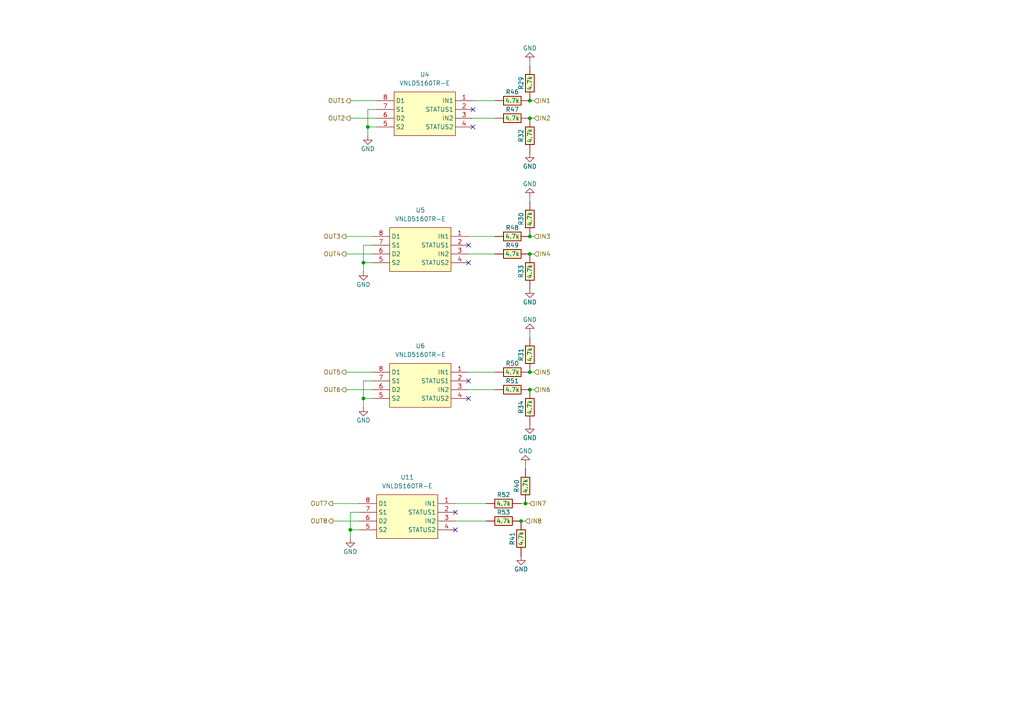
<source format=kicad_sch>
(kicad_sch (version 20231120) (generator "eeschema") (generator_version "8.0")
  (paper "A4")
  (lib_symbols
    (symbol "chips:VNLD5160"
      (property "Reference" "U" (at 6.35 3.81 0))
      (property "Value" "VNLD5160TR-E" (at 12.7 -11.43 0))
      (symbol "VNLD5160_1_1"
        (rectangle (start 5.08 2.54) (end 22.86 -10.16) (fill (type background)))
        (pin input line (at 0 0 0) (length 5.08) (name "IN1") (number "1"))
        (pin open_collector line (at 0 -2.54 0) (length 5.08) (name "STATUS1") (number "2"))
        (pin input line (at 0 -5.08 0) (length 5.08) (name "IN2") (number "3"))
        (pin open_collector line (at 0 -7.62 0) (length 5.08) (name "STATUS2") (number "4"))
        (pin power_in line (at 27.94 -7.62 180) (length 5.08) (name "S2") (number "5"))
        (pin power_out line (at 27.94 -5.08 180) (length 5.08) (name "D2") (number "6"))
        (pin power_in line (at 27.94 -2.54 180) (length 5.08) (name "S1") (number "7"))
        (pin power_out line (at 27.94 0 180) (length 5.08) (name "D1") (number "8"))
      )
    )
    (symbol "hellen-one-common:Res" (pin_numbers hide)
      (property "Reference" "R" (at 3.81 2.54 0))
      (property "Value" "Res" (at 5.08 -2.54 0))
      (symbol "Res_1_0"
        (rectangle (start 2.54 -1.27) (end 7.62 1.27) (stroke (width 0.254)) (fill (type background)))
        (pin passive line (at 0 0 0) (length 2.54) (name "") (number "1"))
        (pin passive line (at 10.16 0 180) (length 2.54) (name "") (number "2"))
      )
    )
    (symbol "power:GND" (power) (pin_numbers hide) (pin_names (offset 0) hide)
      (property "Value" "GND" (at 0 -3.81 0))
      (symbol "GND_0_1"
        (polyline (pts (xy 0 0) (xy 0 -1.27) (xy 1.27 -1.27) (xy 0 -2.54) (xy -1.27 -1.27) (xy 0 -1.27)))
      )
      (symbol "GND_1_1"
        (pin power_in line (at 0 0 270) (length 0) (name "~") (number "1"))
      )
    )
  )
  (junction (at 153.67 29.21))
  (junction (at 152.4 146.05))
  (junction (at 101.6 153.67))
  (junction (at 105.41 76.2))
  (junction (at 151.13 151.13))
  (junction (at 153.67 73.66))
  (junction (at 153.67 107.95))
  (junction (at 153.67 34.29))
  (junction (at 106.68 36.83))
  (junction (at 105.41 115.57))
  (junction (at 153.67 113.03))
  (junction (at 153.67 68.58))
  (no_connect (at 135.89 115.57))
  (no_connect (at 132.08 153.67))
  (no_connect (at 137.16 31.75))
  (no_connect (at 135.89 110.49))
  (no_connect (at 137.16 36.83))
  (no_connect (at 132.08 148.59))
  (no_connect (at 135.89 71.12))
  (no_connect (at 135.89 76.2))
  (wire (pts (xy 135.89 73.66) (xy 143.51 73.66)))
  (wire (pts (xy 135.89 113.03) (xy 143.51 113.03)))
  (wire (pts (xy 153.67 19.05) (xy 153.67 17.78)))
  (wire (pts (xy 96.52 146.05) (xy 104.14 146.05)))
  (wire (pts (xy 101.6 29.21) (xy 109.22 29.21)))
  (wire (pts (xy 135.89 68.58) (xy 143.51 68.58)))
  (wire (pts (xy 152.4 135.89) (xy 152.4 134.62)))
  (wire (pts (xy 105.41 115.57) (xy 107.95 115.57)))
  (wire (pts (xy 100.33 68.58) (xy 107.95 68.58)))
  (wire (pts (xy 100.33 73.66) (xy 107.95 73.66)))
  (wire (pts (xy 105.41 78.74) (xy 105.41 76.2)))
  (wire (pts (xy 137.16 34.29) (xy 143.51 34.29)))
  (wire (pts (xy 105.41 71.12) (xy 107.95 71.12)))
  (wire (pts (xy 106.68 31.75) (xy 109.22 31.75)))
  (wire (pts (xy 153.67 58.42) (xy 153.67 57.15)))
  (wire (pts (xy 100.33 107.95) (xy 107.95 107.95)))
  (wire (pts (xy 105.41 118.11) (xy 105.41 115.57)))
  (wire (pts (xy 101.6 153.67) (xy 101.6 148.59)))
  (wire (pts (xy 151.13 151.13) (xy 152.4 151.13)))
  (wire (pts (xy 153.67 29.21) (xy 154.94 29.21)))
  (wire (pts (xy 137.16 29.21) (xy 143.51 29.21)))
  (wire (pts (xy 135.89 107.95) (xy 143.51 107.95)))
  (wire (pts (xy 153.67 97.79) (xy 153.67 96.52)))
  (wire (pts (xy 132.08 146.05) (xy 140.97 146.05)))
  (wire (pts (xy 132.08 151.13) (xy 140.97 151.13)))
  (wire (pts (xy 153.67 34.29) (xy 154.94 34.29)))
  (wire (pts (xy 101.6 34.29) (xy 109.22 34.29)))
  (wire (pts (xy 106.68 39.37) (xy 106.68 36.83)))
  (wire (pts (xy 153.67 68.58) (xy 154.94 68.58)))
  (wire (pts (xy 153.67 113.03) (xy 154.94 113.03)))
  (wire (pts (xy 153.67 146.05) (xy 152.4 146.05)))
  (wire (pts (xy 101.6 148.59) (xy 104.14 148.59)))
  (wire (pts (xy 106.68 36.83) (xy 106.68 31.75)))
  (wire (pts (xy 153.67 107.95) (xy 154.94 107.95)))
  (wire (pts (xy 153.67 73.66) (xy 154.94 73.66)))
  (wire (pts (xy 105.41 76.2) (xy 105.41 71.12)))
  (wire (pts (xy 96.52 151.13) (xy 104.14 151.13)))
  (wire (pts (xy 101.6 153.67) (xy 104.14 153.67)))
  (wire (pts (xy 105.41 76.2) (xy 107.95 76.2)))
  (wire (pts (xy 105.41 115.57) (xy 105.41 110.49)))
  (wire (pts (xy 106.68 36.83) (xy 109.22 36.83)))
  (wire (pts (xy 151.13 146.05) (xy 152.4 146.05)))
  (wire (pts (xy 101.6 156.21) (xy 101.6 153.67)))
  (wire (pts (xy 105.41 110.49) (xy 107.95 110.49)))
  (wire (pts (xy 100.33 113.03) (xy 107.95 113.03)))
  (hierarchical_label "IN3" (shape input) (at 154.94 68.58 0))
  (hierarchical_label "IN2" (shape input) (at 154.94 34.29 0))
  (hierarchical_label "IN7" (shape input) (at 153.67 146.05 0))
  (hierarchical_label "IN8" (shape input) (at 152.4 151.13 0))
  (hierarchical_label "OUT1" (shape output) (at 101.6 29.21 180))
  (hierarchical_label "IN4" (shape input) (at 154.94 73.66 0))
  (hierarchical_label "OUT5" (shape output) (at 100.33 107.95 180))
  (hierarchical_label "OUT6" (shape output) (at 100.33 113.03 180))
  (hierarchical_label "OUT4" (shape output) (at 100.33 73.66 180))
  (hierarchical_label "OUT3" (shape output) (at 100.33 68.58 180))
  (hierarchical_label "OUT2" (shape output) (at 101.6 34.29 180))
  (hierarchical_label "OUT8" (shape output) (at 96.52 151.13 180))
  (hierarchical_label "IN5" (shape input) (at 154.94 107.95 0))
  (hierarchical_label "IN1" (shape input) (at 154.94 29.21 0))
  (hierarchical_label "OUT7" (shape output) (at 96.52 146.05 180))
  (hierarchical_label "IN6" (shape input) (at 154.94 113.03 0))
  (symbol (lib_id "hellen-one-common:Res") (at 153.67 113.03 0) (mirror y) (unit 1)
    (property "Reference" "R51" (at 148.59 110.49 0))
    (property "Value" "4.7k" (at 148.59 113.03 0))
    (property "Footprint" "hellen-one-common:R0603" (effects (hide yes)))
    (property "LCSC" "C23162" (effects (hide yes)))
  )
  (symbol (lib_id "hellen-one-common:Res") (at 153.67 73.66 0) (mirror y) (unit 1)
    (property "Reference" "R49" (at 148.59 71.12 0))
    (property "Value" "4.7k" (at 148.59 73.66 0))
    (property "Footprint" "hellen-one-common:R0603" (effects (hide yes)))
    (property "LCSC" "C23162" (effects (hide yes)))
  )
  (symbol (lib_id "power:GND") (at 101.6 156.21 0) (mirror y) (unit 1)
    (property "Reference" "#PWR08" (effects (hide yes)))
    (property "Value" "GND" (at 101.6 160.02 0))
    (property "Description" "Power symbol creates a global label with name \"GND\" , ground" (effects (hide yes)))
  )
  (symbol (lib_id "power:GND") (at 105.41 118.11 0) (mirror y) (unit 1)
    (property "Reference" "#PWR0145" (effects (hide yes)))
    (property "Value" "GND" (at 105.41 121.92 0))
    (property "Description" "Power symbol creates a global label with name \"GND\" , ground" (effects (hide yes)))
  )
  (symbol (lib_id "hellen-one-common:Res") (at 152.4 146.05 90) (unit 1)
    (property "Reference" "R40" (at 149.86 140.97 0))
    (property "Value" "4.7k" (at 152.4 140.97 0))
    (property "Footprint" "hellen-one-common:R0603" (effects (hide yes)))
    (property "LCSC" "C23162" (effects (hide yes)))
  )
  (symbol (lib_id "power:GND") (at 105.41 78.74 0) (mirror y) (unit 1)
    (property "Reference" "#PWR0146" (effects (hide yes)))
    (property "Value" "GND" (at 105.41 82.55 0))
    (property "Description" "Power symbol creates a global label with name \"GND\" , ground" (effects (hide yes)))
  )
  (symbol (lib_id "chips:VNLD5160") (at 135.89 107.95 0) (mirror y) (unit 1)
    (property "Reference" "U6" (at 121.92 100.33 0))
    (property "Value" "VNLD5160TR-E" (at 121.92 102.87 0))
    (property "Footprint" "Package_SO:SOIC-8_3.9x4.9mm_P1.27mm" (effects (hide yes)))
    (property "LCSC" "C377942" (effects (hide yes)))
  )
  (symbol (lib_id "power:GND") (at 151.13 161.29 0) (unit 1)
    (property "Reference" "#PWR010" (effects (hide yes)))
    (property "Value" "GND" (at 151.13 165.1 0))
    (property "Description" "Power symbol creates a global label with name \"GND\" , ground" (effects (hide yes)))
  )
  (symbol (lib_id "hellen-one-common:Res") (at 153.67 73.66 90) (mirror x) (unit 1)
    (property "Reference" "R33" (at 151.13 78.74 0))
    (property "Value" "4.7k" (at 153.67 78.74 0))
    (property "Footprint" "hellen-one-common:R0603" (effects (hide yes)))
    (property "LCSC" "C23162" (effects (hide yes)))
  )
  (symbol (lib_id "power:GND") (at 153.67 57.15 0) (mirror x) (unit 1)
    (property "Reference" "#PWR018" (effects (hide yes)))
    (property "Value" "GND" (at 153.67 53.34 0))
    (property "Description" "Power symbol creates a global label with name \"GND\" , ground" (effects (hide yes)))
  )
  (symbol (lib_id "hellen-one-common:Res") (at 151.13 151.13 0) (mirror y) (unit 1)
    (property "Reference" "R53" (at 146.05 148.59 0))
    (property "Value" "4.7k" (at 146.05 151.13 0))
    (property "Footprint" "hellen-one-common:R0603" (effects (hide yes)))
    (property "LCSC" "C23162" (effects (hide yes)))
  )
  (symbol (lib_id "hellen-one-common:Res") (at 153.67 107.95 0) (mirror y) (unit 1)
    (property "Reference" "R50" (at 148.59 105.41 0))
    (property "Value" "4.7k" (at 148.59 107.95 0))
    (property "Footprint" "hellen-one-common:R0603" (effects (hide yes)))
    (property "LCSC" "C23162" (effects (hide yes)))
  )
  (symbol (lib_id "hellen-one-common:Res") (at 153.67 29.21 90) (unit 1)
    (property "Reference" "R29" (at 151.13 24.13 0))
    (property "Value" "4.7k" (at 153.67 24.13 0))
    (property "Footprint" "hellen-one-common:R0603" (effects (hide yes)))
    (property "LCSC" "C23162" (effects (hide yes)))
  )
  (symbol (lib_id "power:GND") (at 153.67 123.19 0) (unit 1)
    (property "Reference" "#PWR023" (effects (hide yes)))
    (property "Value" "GND" (at 153.67 127 0))
    (property "Description" "Power symbol creates a global label with name \"GND\" , ground" (effects (hide yes)))
  )
  (symbol (lib_id "hellen-one-common:Res") (at 153.67 107.95 90) (unit 1)
    (property "Reference" "R31" (at 151.13 102.87 0))
    (property "Value" "4.7k" (at 153.67 102.87 0))
    (property "Footprint" "hellen-one-common:R0603" (effects (hide yes)))
    (property "LCSC" "C23162" (effects (hide yes)))
  )
  (symbol (lib_id "hellen-one-common:Res") (at 153.67 34.29 0) (mirror y) (unit 1)
    (property "Reference" "R47" (at 148.59 31.75 0))
    (property "Value" "4.7k" (at 148.59 34.29 0))
    (property "Footprint" "hellen-one-common:R0603" (effects (hide yes)))
    (property "LCSC" "C23162" (effects (hide yes)))
  )
  (symbol (lib_id "chips:VNLD5160") (at 137.16 29.21 0) (mirror y) (unit 1)
    (property "Reference" "U4" (at 123.19 21.59 0))
    (property "Value" "VNLD5160TR-E" (at 123.19 24.13 0))
    (property "Footprint" "Package_SO:SOIC-8_3.9x4.9mm_P1.27mm" (effects (hide yes)))
    (property "LCSC" "C377942" (effects (hide yes)))
  )
  (symbol (lib_id "hellen-one-common:Res") (at 153.67 113.03 90) (mirror x) (unit 1)
    (property "Reference" "R34" (at 151.13 118.11 0))
    (property "Value" "4.7k" (at 153.67 118.11 0))
    (property "Footprint" "hellen-one-common:R0603" (effects (hide yes)))
    (property "LCSC" "C23162" (effects (hide yes)))
  )
  (symbol (lib_id "hellen-one-common:Res") (at 153.67 68.58 90) (unit 1)
    (property "Reference" "R30" (at 151.13 63.5 0))
    (property "Value" "4.7k" (at 153.67 63.5 0))
    (property "Footprint" "hellen-one-common:R0603" (effects (hide yes)))
    (property "LCSC" "C23162" (effects (hide yes)))
  )
  (symbol (lib_id "chips:VNLD5160") (at 135.89 68.58 0) (mirror y) (unit 1)
    (property "Reference" "U5" (at 121.92 60.96 0))
    (property "Value" "VNLD5160TR-E" (at 121.92 63.5 0))
    (property "Footprint" "Package_SO:SOIC-8_3.9x4.9mm_P1.27mm" (effects (hide yes)))
    (property "LCSC" "C377942" (effects (hide yes)))
  )
  (symbol (lib_id "hellen-one-common:Res") (at 151.13 151.13 90) (mirror x) (unit 1)
    (property "Reference" "R41" (at 148.59 156.21 0))
    (property "Value" "4.7k" (at 151.13 156.21 0))
    (property "Footprint" "hellen-one-common:R0603" (effects (hide yes)))
    (property "LCSC" "C23162" (effects (hide yes)))
  )
  (symbol (lib_id "hellen-one-common:Res") (at 151.13 146.05 0) (mirror y) (unit 1)
    (property "Reference" "R52" (at 146.05 143.51 0))
    (property "Value" "4.7k" (at 146.05 146.05 0))
    (property "Footprint" "hellen-one-common:R0603" (effects (hide yes)))
    (property "LCSC" "C23162" (effects (hide yes)))
  )
  (symbol (lib_id "chips:VNLD5160") (at 132.08 146.05 0) (mirror y) (unit 1)
    (property "Reference" "U11" (at 118.11 138.43 0))
    (property "Value" "VNLD5160TR-E" (at 118.11 140.97 0))
    (property "Footprint" "Package_SO:SOIC-8_3.9x4.9mm_P1.27mm" (effects (hide yes)))
    (property "LCSC" "C377942" (effects (hide yes)))
  )
  (symbol (lib_id "power:GND") (at 153.67 44.45 0) (unit 1)
    (property "Reference" "#PWR017" (effects (hide yes)))
    (property "Value" "GND" (at 153.67 48.26 0))
    (property "Description" "Power symbol creates a global label with name \"GND\" , ground" (effects (hide yes)))
  )
  (symbol (lib_id "hellen-one-common:Res") (at 153.67 34.29 90) (mirror x) (unit 1)
    (property "Reference" "R32" (at 151.13 39.37 0))
    (property "Value" "4.7k" (at 153.67 39.37 0))
    (property "Footprint" "hellen-one-common:R0603" (effects (hide yes)))
    (property "LCSC" "C23162" (effects (hide yes)))
  )
  (symbol (lib_id "power:GND") (at 153.67 96.52 0) (mirror x) (unit 1)
    (property "Reference" "#PWR022" (effects (hide yes)))
    (property "Value" "GND" (at 153.67 92.71 0))
    (property "Description" "Power symbol creates a global label with name \"GND\" , ground" (effects (hide yes)))
  )
  (symbol (lib_id "power:GND") (at 106.68 39.37 0) (mirror y) (unit 1)
    (property "Reference" "#PWR0147" (effects (hide yes)))
    (property "Value" "GND" (at 106.68 43.18 0))
    (property "Description" "Power symbol creates a global label with name \"GND\" , ground" (effects (hide yes)))
  )
  (symbol (lib_id "power:GND") (at 153.67 83.82 0) (unit 1)
    (property "Reference" "#PWR021" (effects (hide yes)))
    (property "Value" "GND" (at 153.67 87.63 0))
    (property "Description" "Power symbol creates a global label with name \"GND\" , ground" (effects (hide yes)))
  )
  (symbol (lib_id "hellen-one-common:Res") (at 153.67 68.58 0) (mirror y) (unit 1)
    (property "Reference" "R48" (at 148.59 66.04 0))
    (property "Value" "4.7k" (at 148.59 68.58 0))
    (property "Footprint" "hellen-one-common:R0603" (effects (hide yes)))
    (property "LCSC" "C23162" (effects (hide yes)))
  )
  (symbol (lib_id "power:GND") (at 153.67 17.78 0) (mirror x) (unit 1)
    (property "Reference" "#PWR016" (effects (hide yes)))
    (property "Value" "GND" (at 153.67 13.97 0))
    (property "Description" "Power symbol creates a global label with name \"GND\" , ground" (effects (hide yes)))
  )
  (symbol (lib_id "power:GND") (at 152.4 134.62 0) (mirror x) (unit 1)
    (property "Reference" "#PWR09" (effects (hide yes)))
    (property "Value" "GND" (at 152.4 130.81 0))
    (property "Description" "Power symbol creates a global label with name \"GND\" , ground" (effects (hide yes)))
  )
  (symbol (lib_id "hellen-one-common:Res") (at 153.67 29.21 0) (mirror y) (unit 1)
    (property "Reference" "R46" (at 148.59 26.67 0))
    (property "Value" "4.7k" (at 148.59 29.21 0))
    (property "Footprint" "hellen-one-common:R0603" (effects (hide yes)))
    (property "LCSC" "C23162" (effects (hide yes)))
  )
)
</source>
